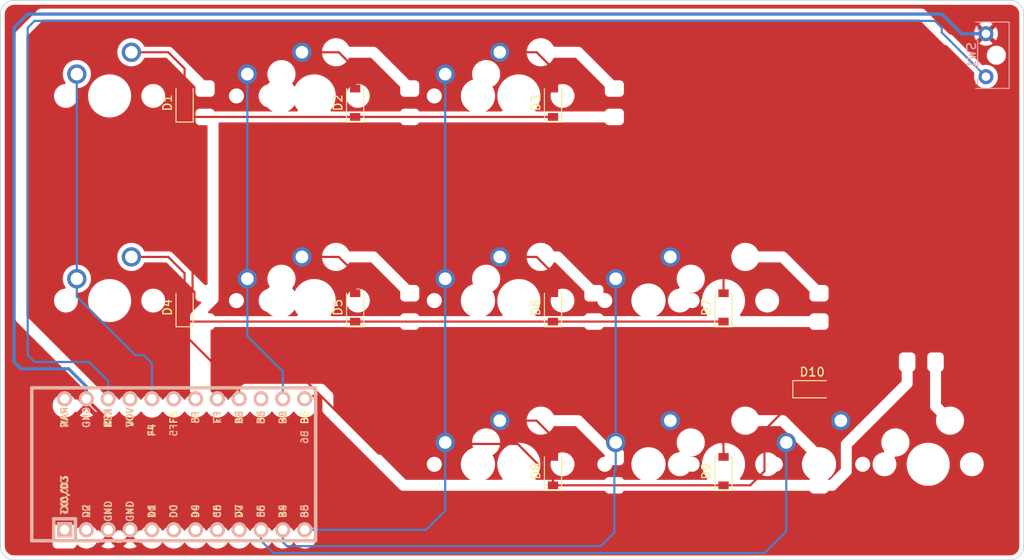
<source format=kicad_pcb>
(kicad_pcb (version 20211014) (generator pcbnew)
  (layers (0 "F.Cu" signal) (31 "B.Cu" signal) (34 "B.Paste" user) (35 "F.Paste" user) (36 "B.SilkS" user "B.Silkscreen") (37 "F.SilkS" user "F.Silkscreen") (38 "B.Mask" user) (39 "F.Mask" user) (44 "Edge.Cuts" user))
  (net 0 "")
  (net 1 "/ROW0")
  (net 2 "Net-(D1-Pad2)")
  (net 3 "Net-(D2-Pad2)")
  (net 4 "Net-(D3-Pad2)")
  (net 5 "/ROW1")
  (net 6 "Net-(D4-Pad2)")
  (net 7 "Net-(D5-Pad2)")
  (net 8 "Net-(D6-Pad2)")
  (net 9 "Net-(D7-Pad2)")
  (net 10 "/ROW2")
  (net 11 "Net-(D8-Pad2)")
  (net 12 "Net-(D9-Pad2)")
  (net 13 "Net-(D10-Pad2)")
  (net 14 "/COL0")
  (net 15 "/COL1")
  (net 16 "/COL2")
  (net 17 "/COL3")
  (net 18 "/COL4")
  (net 19 "GND")
  (net 20 "Net-(SW1-Pad1)")
  (net 28 "+5V")
  (footprint "Diode_SMD:D_SOD-123" (layer "F.Cu") (at 150.01875 73.81875 90)
    (fp_text reference "D4" (at 0 -2 90) (layer "F.SilkS"))
    (fp_text value "D_Small")
    (fp_line (start -2.25 -1) (end 1.65 -1) (layer "F.SilkS") (width 0.12))
    (fp_line (start -2.25 -1) (end -2.25 1) (layer "F.SilkS") (width 0.12))
    (fp_line (start -2.25 1) (end 1.65 1) (layer "F.SilkS") (width 0.12))
    (pad "1" smd rect (at -1.65 0 90) (size 0.9 1.2) (layers "F.Cu" "F.Paste" "F.Mask") (net 5 "/ROW1"))
    (pad "2" smd rect (at 1.65 0 90) (size 0.9 1.2) (layers "F.Cu" "F.Paste" "F.Mask") (net 6 "Net-(D4-Pad2)"))
  )
  (footprint "Diode_SMD:D_SOD-123" (layer "F.Cu") (at 212.725 73.81875 90)
    (fp_text reference "D7" (at 0 -2 90) (layer "F.SilkS"))
    (fp_text value "D_Small")
    (fp_line (start -2.25 -1) (end -2.25 1) (layer "F.SilkS") (width 0.12))
    (fp_line (start -2.25 1) (end 1.65 1) (layer "F.SilkS") (width 0.12))
    (fp_line (start -2.25 -1) (end 1.65 -1) (layer "F.SilkS") (width 0.12))
    (pad "1" smd rect (at -1.65 0 90) (size 0.9 1.2) (layers "F.Cu" "F.Paste" "F.Mask") (net 5 "/ROW1"))
    (pad "2" smd rect (at 1.65 0 90) (size 0.9 1.2) (layers "F.Cu" "F.Paste" "F.Mask") (net 9 "Net-(D7-Pad2)"))
  )
  (footprint "MX_Only:MXOnly-1U-NoLED" (layer "F.Cu") (at 184.15 49.2125)
    (fp_text reference "MX3")
    (fp_text value "MX-NoLED")
    (pad "" np_thru_hole circle locked (at 0 0) (size 3.9878 3.9878) (drill 3.9878) (layers *.Cu *.Mask))
    (pad "" np_thru_hole circle locked (at -5.08 0 48.0996) (size 1.75 1.75) (drill 1.75) (layers *.Cu *.Mask))
    (pad "" np_thru_hole circle locked (at 5.08 0 48.0996) (size 1.75 1.75) (drill 1.75) (layers *.Cu *.Mask))
    (pad "1" thru_hole circle locked (at -3.81 -2.54) (size 2.25 2.25) (drill 1.47) (layers *.Cu "B.Mask") (net 16 "/COL2"))
    (pad "2" thru_hole circle locked (at 2.54 -5.08) (size 2.25 2.25) (drill 1.47) (layers *.Cu "B.Mask") (net 4 "Net-(D3-Pad2)"))
  )
  (footprint "MX_Only:MXOnly-1U-NoLED" (layer "F.Cu") (at 203.99375 73.025)
    (fp_text reference "MX7")
    (fp_text value "MX-NoLED")
    (pad "" np_thru_hole circle locked (at 5.08 0 48.0996) (size 1.75 1.75) (drill 1.75) (layers *.Cu *.Mask))
    (pad "" np_thru_hole circle locked (at 0 0) (size 3.9878 3.9878) (drill 3.9878) (layers *.Cu *.Mask))
    (pad "" np_thru_hole circle locked (at -5.08 0 48.0996) (size 1.75 1.75) (drill 1.75) (layers *.Cu *.Mask))
    (pad "1" thru_hole circle locked (at -3.81 -2.54) (size 2.25 2.25) (drill 1.47) (layers *.Cu "B.Mask") (net 17 "/COL3"))
    (pad "2" thru_hole circle locked (at 2.54 -5.08) (size 2.25 2.25) (drill 1.47) (layers *.Cu "B.Mask") (net 9 "Net-(D7-Pad2)"))
  )
  (footprint "MX_Only:MXOnly-1U-NoLED" (layer "F.Cu") (at 161.13125 73.025)
    (fp_text reference "MX5")
    (fp_text value "MX-NoLED")
    (pad "" np_thru_hole circle locked (at 5.08 0 48.0996) (size 1.75 1.75) (drill 1.75) (layers *.Cu *.Mask))
    (pad "" np_thru_hole circle locked (at -5.08 0 48.0996) (size 1.75 1.75) (drill 1.75) (layers *.Cu *.Mask))
    (pad "" np_thru_hole circle locked (at 0 0) (size 3.9878 3.9878) (drill 3.9878) (layers *.Cu *.Mask))
    (pad "1" thru_hole circle locked (at -3.81 -2.54) (size 2.25 2.25) (drill 1.47) (layers *.Cu "B.Mask") (net 15 "/COL1"))
    (pad "2" thru_hole circle locked (at 2.54 -5.08) (size 2.25 2.25) (drill 1.47) (layers *.Cu "B.Mask") (net 7 "Net-(D5-Pad2)"))
  )
  (footprint "MX_Only:MXOnly-1U-NoLED" (layer "F.Cu") (at 161.13125 49.2125)
    (fp_text reference "MX2")
    (fp_text value "MX-NoLED")
    (pad "" np_thru_hole circle locked (at 5.08 0 48.0996) (size 1.75 1.75) (drill 1.75) (layers *.Cu *.Mask))
    (pad "" np_thru_hole circle locked (at 0 0) (size 3.9878 3.9878) (drill 3.9878) (layers *.Cu *.Mask))
    (pad "" np_thru_hole circle locked (at -5.08 0 48.0996) (size 1.75 1.75) (drill 1.75) (layers *.Cu *.Mask))
    (pad "1" thru_hole circle locked (at -3.81 -2.54) (size 2.25 2.25) (drill 1.47) (layers *.Cu "B.Mask") (net 15 "/COL1"))
    (pad "2" thru_hole circle locked (at 2.54 -5.08) (size 2.25 2.25) (drill 1.47) (layers *.Cu "B.Mask") (net 3 "Net-(D2-Pad2)"))
  )
  (footprint "MX_Only:MXOnly-1U-NoLED" (layer "F.Cu") (at 141.2875 73.025)
    (fp_text reference "MX4")
    (fp_text value "MX-NoLED")
    (pad "" np_thru_hole circle locked (at 0 0) (size 3.9878 3.9878) (drill 3.9878) (layers *.Cu *.Mask))
    (pad "" np_thru_hole circle locked (at -5.08 0 48.0996) (size 1.75 1.75) (drill 1.75) (layers *.Cu *.Mask))
    (pad "" np_thru_hole circle locked (at 5.08 0 48.0996) (size 1.75 1.75) (drill 1.75) (layers *.Cu *.Mask))
    (pad "1" thru_hole circle locked (at -3.81 -2.54) (size 2.25 2.25) (drill 1.47) (layers *.Cu "B.Mask") (net 14 "/COL0"))
    (pad "2" thru_hole circle locked (at 2.54 -5.08) (size 2.25 2.25) (drill 1.47) (layers *.Cu "B.Mask") (net 6 "Net-(D4-Pad2)"))
  )
  (footprint "MX_Only:MXOnly-1U-NoLED" (layer "F.Cu") (at 184.15 73.025)
    (fp_text reference "MX6")
    (fp_text value "MX-NoLED")
    (pad "" np_thru_hole circle locked (at -5.08 0 48.0996) (size 1.75 1.75) (drill 1.75) (layers *.Cu *.Mask))
    (pad "" np_thru_hole circle locked (at 5.08 0 48.0996) (size 1.75 1.75) (drill 1.75) (layers *.Cu *.Mask))
    (pad "" np_thru_hole circle locked (at 0 0) (size 3.9878 3.9878) (drill 3.9878) (layers *.Cu *.Mask))
    (pad "1" thru_hole circle locked (at -3.81 -2.54) (size 2.25 2.25) (drill 1.47) (layers *.Cu "B.Mask") (net 16 "/COL2"))
    (pad "2" thru_hole circle locked (at 2.54 -5.08) (size 2.25 2.25) (drill 1.47) (layers *.Cu "B.Mask") (net 8 "Net-(D6-Pad2)"))
  )
  (footprint "Diode_SMD:D_SOD-123" (layer "F.Cu") (at 192.88125 92.86875 90)
    (fp_text reference "D8" (at 0 -2 90) (layer "F.SilkS"))
    (fp_text value "D_Small")
    (fp_line (start -2.25 -1) (end 1.65 -1) (layer "F.SilkS") (width 0.12))
    (fp_line (start -2.25 1) (end 1.65 1) (layer "F.SilkS") (width 0.12))
    (fp_line (start -2.25 -1) (end -2.25 1) (layer "F.SilkS") (width 0.12))
    (pad "1" smd rect (at -1.65 0 90) (size 0.9 1.2) (layers "F.Cu" "F.Paste" "F.Mask") (net 10 "/ROW2"))
    (pad "2" smd rect (at 1.65 0 90) (size 0.9 1.2) (layers "F.Cu" "F.Paste" "F.Mask") (net 11 "Net-(D8-Pad2)"))
  )
  (footprint "Diode_SMD:D_SOD-123" (layer "F.Cu") (at 212.725 92.86875 90)
    (fp_text reference "D9" (at 0 -2 90) (layer "F.SilkS"))
    (fp_text value "D_Small")
    (fp_line (start -2.25 -1) (end 1.65 -1) (layer "F.SilkS") (width 0.12))
    (fp_line (start -2.25 1) (end 1.65 1) (layer "F.SilkS") (width 0.12))
    (fp_line (start -2.25 -1) (end -2.25 1) (layer "F.SilkS") (width 0.12))
    (pad "1" smd rect (at -1.65 0 90) (size 0.9 1.2) (layers "F.Cu" "F.Paste" "F.Mask") (net 10 "/ROW2"))
    (pad "2" smd rect (at 1.65 0 90) (size 0.9 1.2) (layers "F.Cu" "F.Paste" "F.Mask") (net 12 "Net-(D9-Pad2)"))
  )
  (footprint "Diode_SMD:D_SOD-123" (layer "F.Cu") (at 169.8625 73.81875 90)
    (fp_text reference "D5" (at 0 -2 90) (layer "F.SilkS"))
    (fp_text value "D_Small")
    (fp_line (start -2.25 -1) (end 1.65 -1) (layer "F.SilkS") (width 0.12))
    (fp_line (start -2.25 1) (end 1.65 1) (layer "F.SilkS") (width 0.12))
    (fp_line (start -2.25 -1) (end -2.25 1) (layer "F.SilkS") (width 0.12))
    (pad "1" smd rect (at -1.65 0 90) (size 0.9 1.2) (layers "F.Cu" "F.Paste" "F.Mask") (net 5 "/ROW1"))
    (pad "2" smd rect (at 1.65 0 90) (size 0.9 1.2) (layers "F.Cu" "F.Paste" "F.Mask") (net 7 "Net-(D5-Pad2)"))
  )
  (footprint "Diode_SMD:D_SOD-123" (layer "F.Cu") (at 192.88125 73.81875 90)
    (fp_text reference "D6" (at 0 -2 90) (layer "F.SilkS"))
    (fp_text value "D_Small")
    (fp_line (start -2.25 -1) (end 1.65 -1) (layer "F.SilkS") (width 0.12))
    (fp_line (start -2.25 1) (end 1.65 1) (layer "F.SilkS") (width 0.12))
    (fp_line (start -2.25 -1) (end -2.25 1) (layer "F.SilkS") (width 0.12))
    (pad "1" smd rect (at -1.65 0 90) (size 0.9 1.2) (layers "F.Cu" "F.Paste" "F.Mask") (net 5 "/ROW1"))
    (pad "2" smd rect (at 1.65 0 90) (size 0.9 1.2) (layers "F.Cu" "F.Paste" "F.Mask") (net 8 "Net-(D6-Pad2)"))
  )
  (footprint "MX_Only:MXOnly-1U-NoLED" (layer "F.Cu") (at 203.99375 92.075)
    (fp_text reference "MX9")
    (fp_text value "MX-NoLED")
    (pad "" np_thru_hole circle locked (at 0 0) (size 3.9878 3.9878) (drill 3.9878) (layers *.Cu *.Mask))
    (pad "" np_thru_hole circle locked (at 5.08 0 48.0996) (size 1.75 1.75) (drill 1.75) (layers *.Cu *.Mask))
    (pad "" np_thru_hole circle locked (at -5.08 0 48.0996) (size 1.75 1.75) (drill 1.75) (layers *.Cu *.Mask))
    (pad "1" thru_hole circle locked (at -3.81 -2.54) (size 2.25 2.25) (drill 1.47) (layers *.Cu "B.Mask") (net 17 "/COL3"))
    (pad "2" thru_hole circle locked (at 2.54 -5.08) (size 2.25 2.25) (drill 1.47) (layers *.Cu "B.Mask") (net 12 "Net-(D9-Pad2)"))
  )
  (footprint "MX_Only:MXOnly-1U-NoLED" (layer "F.Cu") (at 184.15 92.075)
    (fp_text reference "MX8")
    (fp_text value "MX-NoLED")
    (pad "" np_thru_hole circle locked (at 5.08 0 48.0996) (size 1.75 1.75) (drill 1.75) (layers *.Cu *.Mask))
    (pad "" np_thru_hole circle locked (at -5.08 0 48.0996) (size 1.75 1.75) (drill 1.75) (layers *.Cu *.Mask))
    (pad "" np_thru_hole circle locked (at 0 0) (size 3.9878 3.9878) (drill 3.9878) (layers *.Cu *.Mask))
    (pad "1" thru_hole circle locked (at -3.81 -2.54) (size 2.25 2.25) (drill 1.47) (layers *.Cu "B.Mask") (net 16 "/COL2"))
    (pad "2" thru_hole circle locked (at 2.54 -5.08) (size 2.25 2.25) (drill 1.47) (layers *.Cu "B.Mask") (net 11 "Net-(D8-Pad2)"))
  )
  (footprint "Diode_SMD:D_SOD-123" (layer "F.Cu") (at 150.01875 50.00625 90)
    (fp_text reference "D1" (at 0 -2 90) (layer "F.SilkS"))
    (fp_text value "D_Small")
    (fp_line (start -2.25 1) (end 1.65 1) (layer "F.SilkS") (width 0.12))
    (fp_line (start -2.25 -1) (end 1.65 -1) (layer "F.SilkS") (width 0.12))
    (fp_line (start -2.25 -1) (end -2.25 1) (layer "F.SilkS") (width 0.12))
    (pad "1" smd rect (at -1.65 0 90) (size 0.9 1.2) (layers "F.Cu" "F.Paste" "F.Mask") (net 1 "/ROW0"))
    (pad "2" smd rect (at 1.65 0 90) (size 0.9 1.2) (layers "F.Cu" "F.Paste" "F.Mask") (net 2 "Net-(D1-Pad2)"))
  )
  (footprint "Keebio-Parts:ArduinoProMicro" (layer "F.Cu") (at 150.01875 92.075)
    (fp_text reference "U1" hide)
    (fp_text value "ProMicro" hide)
    (fp_text user "GND" (at -8.89 5.461 90) (layer "B.SilkS") (effects (font (size 0.8 0.8)) (justify mirror)))
    (fp_text user "D0" (at -1.27 5.461 90) (layer "B.SilkS") (effects (font (size 0.8 0.8)) (justify mirror)))
    (fp_text user "F5" (at -1.27 -3.96875 90) (layer "B.SilkS") (effects (font (size 0.8 0.8)) (justify mirror)))
    (fp_text user "B1" (at 6.35 -5.461 90) (layer "B.SilkS") (effects (font (size 0.8 0.8)) (justify mirror)))
    (fp_text user "VCC" (at -6.35 -5.461 90) (layer "B.SilkS") (effects (font (size 0.8 0.8)) (justify mirror)))
    (fp_text user "F7" (at 3.81 -5.461 90) (layer "B.SilkS") (effects (font (size 0.8 0.8)) (justify mirror)))
    (fp_text user "C6" (at 3.81 5.461 90) (layer "B.SilkS") (effects (font (size 0.8 0.8)) (justify mirror)))
    (fp_text user "ST" (at -8.91 -5.04 90) (layer "B.SilkS") (effects (font (size 0.8 0.8)) (justify mirror)))
    (fp_text user "F4" (at -3.81 -3.96875 90) (layer "B.SilkS") (effects (font (size 0.8 0.8)) (justify mirror)))
    (fp_text user "RAW" (at -13.97 -5.461 90) (layer "B.SilkS") (effects (font (size 0.8 0.8)) (justify mirror)))
    (fp_text user "F6" (at 1.27 -5.461 90) (layer "B.SilkS") (effects (font (size 0.8 0.8)) (justify mirror)))
    (fp_text user "B6" (at 13.97 -3.175 90) (layer "B.SilkS") (effects (font (size 0.8 0.8)) (justify mirror)))
    (fp_text user "B2" (at 11.43 -5.461 90) (layer "B.SilkS") (effects (font (size 0.8 0.8)) (justify mirror)))
    (fp_text user "D1" (at -3.81 5.461 90) (layer "B.SilkS") (effects (font (size 0.8 0.8)) (justify mirror)))
    (fp_text user "D7" (at 6.35 5.461 90) (layer "B.SilkS") (effects (font (size 0.8 0.8)) (justify mirror)))
    (fp_text user "D2" (at -11.43 5.461 90) (layer "B.SilkS") (effects (font (size 0.8 0.8)) (justify mirror)))
    (fp_text user "B4" (at 11.43 5.461 90) (layer "B.SilkS") (effects (font (size 0.8 0.8)) (justify mirror)))
    (fp_text user "E6" (at 8.89 5.461 90) (layer "B.SilkS") (effects (font (size 0.8 0.8)) (justify mirror)))
    (fp_text user "B3" (at 8.89 -5.461 90) (layer "B.SilkS") (effects (font (size 0.8 0.8)) (justify mirror)))
    (fp_text user "GND" (at -6.35 5.461 90) (layer "B.SilkS") (effects (font (size 0.8 0.8)) (justify mirror)))
    (fp_text user "B5" (at 13.97 5.461 90) (layer "B.SilkS") (effects (font (size 0.8 0.8)) (justify mirror)))
    (fp_text user "TX0/D3" (at -13.97 3.571872 90) (layer "B.SilkS") (effects (font (size 0.8 0.8)) (justify mirror)))
    (fp_text user "D4" (at 1.27 5.461 90) (layer "B.SilkS") (effects (font (size 0.8 0.8)) (justify mirror)))
    (fp_text user "GND" (at -11.43 -5.461 90) (layer "B.SilkS") (effects (font (size 0.8 0.8)) (justify mirror)))
    (fp_text user "B4" (at 11.43 5.461 90) (layer "F.SilkS") (effects (font (size 0.8 0.8))))
    (fp_text user "GND" (at -6.35 5.461 90) (layer "F.SilkS") (effects (font (size 0.8 0.8))))
    (fp_text user "TX0/D3" (at -13.97 3.571872 90) (layer "F.SilkS") (effects (font (size 0.8 0.8))))
    (fp_text user "ST" (at -8.92 -5.73312 90) (layer "F.SilkS") (effects (font (size 0.8 0.8))))
    (fp_text user "D4" (at 1.27 5.461 90) (layer "F.SilkS") (effects (font (size 0.8 0.8))))
    (fp_text user "E6" (at 8.89 5.461 90) (layer "F.SilkS") (effects (font (size 0.8 0.8))))
    (fp_text user "RAW" (at -13.97 -5.461 90) (layer "F.SilkS") (effects (font (size 0.8 0.8))))
    (fp_text user "B2" (at 11.43 -5.461 90) (layer "F.SilkS") (effects (font (size 0.8 0.8))))
    (fp_text user "B6" (at 13.97 -5.461 90) (layer "F.SilkS") (effects (font (size 0.8 0.8))))
    (fp_text user "F6" (at 1.27 -5.461 90) (layer "F.SilkS") (effects (font (size 0.8 0.8))))
    (fp_text user "F7" (at 3.81 -5.461 90) (layer "F.SilkS") (effects (font (size 0.8 0.8))))
    (fp_text user "D2" (at -11.43 5.461 90) (layer "F.SilkS") (effects (font (size 0.8 0.8))))
    (fp_text user "C6" (at 3.81 5.461 90) (layer "F.SilkS") (effects (font (size 0.8 0.8))))
    (fp_text user "D7" (at 6.35 5.461 90) (layer "F.SilkS") (effects (font (size 0.8 0.8))))
    (fp_text user "B5" (at 13.97 5.461 90) (layer "F.SilkS") (effects (font (size 0.8 0.8))))
    (fp_text user "B3" (at 8.89 -5.461 90) (layer "F.SilkS") (effects (font (size 0.8 0.8))))
    (fp_text user "GND" (at -11.43 -5.461 90) (layer "F.SilkS") (effects (font (size 0.8 0.8))))
    (fp_text user "VCC" (at -6.35 -5.461 90) (layer "F.SilkS") (effects (font (size 0.8 0.8))))
    (fp_text user "F4" (at -3.81 -3.96875 90) (layer "F.SilkS") (effects (font (size 0.8 0.8))))
    (fp_text user "GND" (at -8.89 5.461 90) (layer "F.SilkS") (effects (font (size 0.8 0.8))))
    (fp_text user "F5" (at -1.27 -5.461 90) (layer "F.SilkS") (effects (font (size 0.8 0.8))))
    (fp_text user "D0" (at -1.27 5.461 90) (layer "F.SilkS") (effects (font (size 0.8 0.8))))
    (fp_text user "D1" (at -3.81 5.461 90) (layer "F.SilkS") (effects (font (size 0.8 0.8))))
    (fp_text user "B1" (at 6.35 -5.461 90) (layer "F.SilkS") (effects (font (size 0.8 0.8))))
    (fp_line (start -12.7 6.35) (end -12.7 8.89) (layer "B.SilkS") (width 0.381))
    (fp_line (start 15.24 8.89) (end 15.24 -8.89) (layer "B.SilkS") (width 0.381))
    (fp_line (start -15.24 6.35) (end -12.7 6.35) (layer "B.SilkS") (width 0.381))
    (fp_line (start 15.24 -8.89) (end -17.78 -8.89) (layer "B.SilkS") (width 0.381))
    (fp_line (start -17.78 8.89) (end 15.24 8.89) (layer "B.SilkS") (width 0.381))
    (fp_line (start -15.24 6.35) (end -15.24 8.89) (layer "B.SilkS") (width 0.381))
    (fp_line (start -17.78 -8.89) (end -17.78 8.89) (layer "B.SilkS") (width 0.381))
    (fp_poly (pts (xy -8.75097 -5.844635) (xy -8.55097 -5.844635) (xy -8.55097 -5.944635) (xy -8.75097 -5.944635)) (layer "B.SilkS") (width 0.15) (fill solid))
    (fp_poly (pts (xy -9.35097 -6.244635) (xy -8.55097 -6.244635) (xy -8.55097 -6.344635) (xy -9.35097 -6.344635)) (layer "B.SilkS") (width 0.15) (fill solid))
    (fp_poly (pts (xy -9.35097 -5.844635) (xy -9.25097 -5.844635) (xy -9.25097 -6.344635) (xy -9.35097 -6.344635)) (layer "B.SilkS") (width 0.15) (fill solid))
    (fp_poly (pts (xy -9.35097 -5.844635) (xy -9.05097 -5.844635) (xy -9.05097 -5.944635) (xy -9.35097 -5.944635)) (layer "B.SilkS") (width 0.15) (fill solid))
    (fp_poly (pts (xy -8.95097 -6.044635) (xy -8.85097 -6.044635) (xy -8.85097 -6.144635) (xy -8.95097 -6.144635)) (layer "B.SilkS") (width 0.15) (fill solid))
    (fp_line (start -15.24 6.35) (end -12.7 6.35) (layer "F.SilkS") (width 0.381))
    (fp_line (start -12.7 6.35) (end -12.7 8.89) (layer "F.SilkS") (width 0.381))
    (fp_line (start 15.24 8.89) (end 15.24 -8.89) (layer "F.SilkS") (width 0.381))
    (fp_line (start -17.78 -8.89) (end -17.78 8.89) (layer "F.SilkS") (width 0.381))
    (fp_line (start -15.24 8.89) (end 15.24 8.89) (layer "F.SilkS") (width 0.381))
    (fp_line (start 15.24 -8.89) (end -15.24 -8.89) (layer "F.SilkS") (width 0.381))
    (fp_line (start -15.24 -8.89) (end -17.78 -8.89) (layer "F.SilkS") (width 0.381))
    (fp_line (start -15.24 6.35) (end -15.24 8.89) (layer "F.SilkS") (width 0.381))
    (fp_line (start -17.78 8.89) (end -15.24 8.89) (layer "F.SilkS") (width 0.381))
    (fp_poly (pts (xy -8.76064 -4.931568) (xy -8.56064 -4.931568) (xy -8.56064 -4.831568) (xy -8.76064 -4.831568)) (layer "F.SilkS") (width 0.15) (fill solid))
    (fp_poly (pts (xy -8.96064 -4.731568) (xy -8.86064 -4.731568) (xy -8.86064 -4.631568) (xy -8.96064 -4.631568)) (layer "F.SilkS") (width 0.15) (fill solid))
    (fp_poly (pts (xy -9.36064 -4.531568) (xy -8.56064 -4.531568) (xy -8.56064 -4.431568) (xy -9.36064 -4.431568)) (layer "F.SilkS") (width 0.15) (fill solid))
    (fp_poly (pts (xy -9.36064 -4.931568) (xy -9.06064 -4.931568) (xy -9.06064 -4.831568) (xy -9.36064 -4.831568)) (layer "F.SilkS") (width 0.15) (fill solid))
    (fp_poly (pts (xy -9.36064 -4.931568) (xy -9.26064 -4.931568) (xy -9.26064 -4.431568) (xy -9.36064 -4.431568)) (layer "F.SilkS") (width 0.15) (fill solid))
    (pad "1" thru_hole rect locked (at -13.97 7.62) (size 1.7526 1.7526) (drill 1.0922) (layers *.Cu *.SilkS *.Mask))
    (pad "2" thru_hole circle locked (at -11.43 7.62) (size 1.7526 1.7526) (drill 1.0922) (layers *.Cu *.SilkS *.Mask))
    (pad "3" thru_hole circle locked (at -8.89 7.62) (size 1.7526 1.7526) (drill 1.0922) (layers *.Cu *.SilkS *.Mask) (net 19 "GND"))
    (pad "4" thru_hole circle locked (at -6.35 7.62) (size 1.7526 1.7526) (drill 1.0922) (layers *.Cu *.SilkS *.Mask) (net 19 "GND"))
    (pad "5" thru_hole circle locked (at -3.81 7.62) (size 1.7526 1.7526) (drill 1.0922) (layers *.Cu *.SilkS *.Mask))
    (pad "6" thru_hole circle locked (at -1.27 7.62) (size 1.7526 1.7526) (drill 1.0922) (layers *.Cu *.SilkS *.Mask))
    (pad "7" thru_hole circle locked (at 1.27 7.62) (size 1.7526 1.7526) (drill 1.0922) (layers *.Cu *.SilkS *.Mask))
    (pad "8" thru_hole circle locked (at 3.81 7.62) (size 1.7526 1.7526) (drill 1.0922) (layers *.Cu *.SilkS *.Mask))
    (pad "9" thru_hole circle locked (at 6.35 7.62) (size 1.7526 1.7526) (drill 1.0922) (layers *.Cu *.SilkS *.Mask))
    (pad "10" thru_hole circle locked (at 8.89 7.62) (size 1.7526 1.7526) (drill 1.0922) (layers *.Cu *.SilkS *.Mask) (net 18 "/COL4"))
    (pad "11" thru_hole circle locked (at 11.43 7.62) (size 1.7526 1.7526) (drill 1.0922) (layers *.Cu *.SilkS *.Mask) (net 17 "/COL3"))
    (pad "12" thru_hole circle locked (at 13.97 7.62) (size 1.7526 1.7526) (drill 1.0922) (layers *.Cu *.SilkS *.Mask) (net 16 "/COL2"))
    (pad "13" thru_hole circle locked (at 13.97 -7.62) (size 1.7526 1.7526) (drill 1.0922) (layers *.Cu *.SilkS *.Mask))
    (pad "14" thru_hole circle locked (at 11.43 -7.62) (size 1.7526 1.7526) (drill 1.0922) (layers *.Cu *.SilkS *.Mask) (net 15 "/COL1"))
    (pad "15" thru_hole circle locked (at 8.89 -7.62) (size 1.7526 1.7526) (drill 1.0922) (layers *.Cu *.SilkS *.Mask))
    (pad "16" thru_hole circle locked (at 6.35 -7.62) (size 1.7526 1.7526) (drill 1.0922) (layers *.Cu *.SilkS *.Mask) (net 10 "/ROW2"))
    (pad "17" thru_hole circle locked (at 3.81 -7.62) (size 1.7526 1.7526) (drill 1.0922) (layers *.Cu *.SilkS *.Mask) (net 5 "/ROW1"))
    (pad "18" thru_hole circle locked (at 1.27 -7.62) (size 1.7526 1.7526) (drill 1.0922) (layers *.Cu *.SilkS *.Mask) (net 1 "/ROW0"))
    (pad "19" thru_hole circle locked (at -1.27 -7.62) (size 1.7526 1.7526) (drill 1.0922) (layers *.Cu *.SilkS *.Mask))
    (pad "20" thru_hole circle locked (at -3.81 -7.62) (size 1.7526 1.7526) (drill 1.0922) (layers *.Cu *.SilkS *.Mask) (net 14 "/COL0"))
    (pad "21" thru_hole circle locked (at -6.35 -7.62) (size 1.7526 1.7526) (drill 1.0922) (layers *.Cu *.SilkS *.Mask) (net 28 "+5V"))
    (pad "22" thru_hole circle locked (at -8.89 -7.62) (size 1.7526 1.7526) (drill 1.0922) (layers *.Cu *.SilkS *.Mask) (net 20 "Net-(SW1-Pad1)"))
    (pad "23" thru_hole circle locked (at -11.43 -7.62) (size 1.7526 1.7526) (drill 1.0922) (layers *.Cu *.SilkS *.Mask) (net 19 "GND"))
    (pad "24" thru_hole circle locked (at -13.97 -7.62) (size 1.7526 1.7526) (drill 1.0922) (layers *.Cu *.SilkS *.Mask))
  )
  (footprint "F14:f14" (layer "F.Cu") (at 218.28125 52.3875)
    (fp_text reference "G***" hide)
    (fp_text value "LOGO" hide)
  )
  (footprint "Diode_SMD:D_SOD-123" (layer "F.Cu") (at 192.88125 50.00625 90)
    (fp_text reference "D3" (at 0 -2 90) (layer "F.SilkS"))
    (fp_text value "D_Small")
    (fp_line (start -2.25 1) (end 1.65 1) (layer "F.SilkS") (width 0.12))
    (fp_line (start -2.25 -1) (end -2.25 1) (layer "F.SilkS") (width 0.12))
    (fp_line (start -2.25 -1) (end 1.65 -1) (layer "F.SilkS") (width 0.12))
    (pad "1" smd rect (at -1.65 0 90) (size 0.9 1.2) (layers "F.Cu" "F.Paste" "F.Mask") (net 1 "/ROW0"))
    (pad "2" smd rect (at 1.65 0 90) (size 0.9 1.2) (layers "F.Cu" "F.Paste" "F.Mask") (net 4 "Net-(D3-Pad2)"))
  )
  (footprint "MX_Only:MXOnly-1U-NoLED" (layer "F.Cu") (at 223.8375 92.075)
    (fp_text reference "MX10")
    (fp_text value "MX-NoLED")
    (pad "" np_thru_hole circle locked (at 0 0) (size 3.9878 3.9878) (drill 3.9878) (layers *.Cu *.Mask))
    (pad "" np_thru_hole circle locked (at 5.08 0 48.0996) (size 1.75 1.75) (drill 1.75) (layers *.Cu *.Mask))
    (pad "" np_thru_hole circle locked (at -5.08 0 48.0996) (size 1.75 1.75) (drill 1.75) (layers *.Cu *.Mask))
    (pad "1" thru_hole circle locked (at -3.81 -2.54) (size 2.25 2.25) (drill 1.47) (layers *.Cu "B.Mask") (net 18 "/COL4"))
    (pad "2" thru_hole circle locked (at 2.54 -5.08) (size 2.25 2.25) (drill 1.47) (layers *.Cu "B.Mask") (net 13 "Net-(D10-Pad2)"))
  )
  (footprint "Diode_SMD:D_SOD-123" (layer "F.Cu") (at 169.8625 50.00625 90)
    (fp_text reference "D2" (at 0 -2 90) (layer "F.SilkS"))
    (fp_text value "D_Small")
    (fp_line (start -2.25 -1) (end -2.25 1) (layer "F.SilkS") (width 0.12))
    (fp_line (start -2.25 1) (end 1.65 1) (layer "F.SilkS") (width 0.12))
    (fp_line (start -2.25 -1) (end 1.65 -1) (layer "F.SilkS") (width 0.12))
    (pad "1" smd rect (at -1.65 0 90) (size 0.9 1.2) (layers "F.Cu" "F.Paste" "F.Mask") (net 1 "/ROW0"))
    (pad "2" smd rect (at 1.65 0 90) (size 0.9 1.2) (layers "F.Cu" "F.Paste" "F.Mask") (net 3 "Net-(D2-Pad2)"))
  )
  (footprint "MX_Only:MXOnly-1U-NoLED" (layer "F.Cu") (at 141.2875 49.2125)
    (fp_text reference "MX1")
    (fp_text value "MX-NoLED")
    (pad "" np_thru_hole circle locked (at 0 0) (size 3.9878 3.9878) (drill 3.9878) (layers *.Cu *.Mask))
    (pad "" np_thru_hole circle locked (at -5.08 0 48.0996) (size 1.75 1.75) (drill 1.75) (layers *.Cu *.Mask))
    (pad "" np_thru_hole circle locked (at 5.08 0 48.0996) (size 1.75 1.75) (drill 1.75) (layers *.Cu *.Mask))
    (pad "1" thru_hole circle locked (at -3.81 -2.54) (size 2.25 2.25) (drill 1.47) (layers *.Cu "B.Mask") (net 14 "/COL0"))
    (pad "2" thru_hole circle locked (at 2.54 -5.08) (size 2.25 2.25) (drill 1.47) (layers *.Cu "B.Mask") (net 2 "Net-(D1-Pad2)"))
  )
  (footprint "Diode_SMD:D_SOD-123" (layer "F.Cu") (at 223.04375 83.34375)
    (fp_text reference "D10" (at 0 -2) (layer "F.SilkS"))
    (fp_text value "D_Small")
    (fp_line (start -2.25 -1) (end -2.25 1) (layer "F.SilkS") (width 0.12))
    (fp_line (start -2.25 -1) (end 1.65 -1) (layer "F.SilkS") (width 0.12))
    (fp_line (start -2.25 1) (end 1.65 1) (layer "F.SilkS") (width 0.12))
    (pad "1" smd rect (at -1.65 0) (size 0.9 1.2) (layers "F.Cu" "F.Paste" "F.Mask") (net 10 "/ROW2"))
    (pad "2" smd rect (at 1.65 0) (size 0.9 1.2) (layers "F.Cu" "F.Paste" "F.Mask") (net 13 "Net-(D10-Pad2)"))
  )
  (footprint "Keebio-Parts:SW_Tactile_SPST_Angled_MJTP1117-no-mount" (layer "B.Cu") (at 243.2625 46.975 90)
    (fp_text reference "SW1" (at 2.5 -1.68 90) (layer "B.SilkS") (effects (justify mirror)))
    (fp_text value "SW_Push")
    (fp_line (start 5.84 -0.97) (end 5.84 -1.2) (layer "B.SilkS") (width 0.12))
    (fp_line (start 5.3 -0.97) (end 5.84 -0.97) (layer "B.SilkS") (width 0.12))
    (fp_line (start 0.8 -0.97) (end 4.2 -0.97) (layer "B.SilkS") (width 0.12))
    (fp_line (start 6.36 2.7) (end 6.36 -1.2) (layer "B.SilkS") (width 0.12))
    (fp_line (start -1.36 2.7) (end -1.36 -1.2) (layer "B.SilkS") (width 0.12))
    (fp_line (start -0.84 -0.97) (end -0.3 -0.97) (layer "B.SilkS") (width 0.12))
    (fp_line (start -0.84 -0.97) (end -0.84 -1.2) (layer "B.SilkS") (width 0.12))
    (fp_line (start -1.36 2.7) (end 6.36 2.7) (layer "B.SilkS") (width 0.12))
    (pad "" np_thru_hole circle locked (at 2.5 1.21 90) (size 1.2 1.2) (drill 1.2) (layers *.Cu *.Mask))
    (pad "1" thru_hole circle locked (at 0 0 90) (size 1.75 1.75) (drill 0.99) (layers *.Cu *.Mask) (net 20 "Net-(SW1-Pad1)"))
    (pad "2" thru_hole circle locked (at 5 0 90) (size 1.75 1.75) (drill 0.99) (layers *.Cu *.Mask) (net 19 "GND"))
  )
  (gr_line (start 128.5875 101.6) (end 128.5875 39.6875) (layer "Edge.Cuts") (width 0.1))
  (gr_arc (start 128.5875 39.6875) (mid 129.052468 38.564968) (end 130.175 38.1) (layer "Edge.Cuts") (width 0.1))
  (gr_line (start 247.65 39.6875) (end 247.65 101.6) (layer "Edge.Cuts") (width 0.1))
  (gr_arc (start 130.175 103.1875) (mid 129.052468 102.722532) (end 128.5875 101.6) (layer "Edge.Cuts") (width 0.1))
  (gr_arc (start 246.0625 38.1) (mid 247.185032 38.564968) (end 247.65 39.6875) (layer "Edge.Cuts") (width 0.1))
  (gr_line (start 130.175 38.1) (end 246.0625 38.1) (layer "Edge.Cuts") (width 0.1))
  (gr_line (start 246.0625 103.1875) (end 130.175 103.1875) (layer "Edge.Cuts") (width 0.1))
  (gr_arc (start 247.65 101.6) (mid 247.185032 102.722532) (end 246.0625 103.1875) (layer "Edge.Cuts") (width 0.1))
  (segment (start 149.092239 82.258489) (end 151.28875 84.455) (width 0.254) (layer "F.Cu") (net 1))
  (segment (start 150.945261 52.582761) (end 150.945261 72.839217) (width 0.254) (layer "F.Cu") (net 1))
  (segment (start 150.01875 51.65625) (end 150.945261 52.582761) (width 0.254) (layer "F.Cu") (net 1))
  (segment (start 192.88125 51.65625) (end 150.01875 51.65625) (width 0.254) (layer "F.Cu") (net 1))
  (segment (start 150.945261 72.839217) (end 149.092239 74.692239) (width 0.254) (layer "F.Cu") (net 1))
  (segment (start 149.092239 74.692239) (end 149.092239 82.258489) (width 0.254) (layer "F.Cu") (net 1))
  (segment (start 148.11375 44.1325) (end 150.01875 46.0375) (width 0.254) (layer "F.Cu") (net 2))
  (segment (start 143.8275 44.1325) (end 148.11375 44.1325) (width 0.254) (layer "F.Cu") (net 2))
  (segment (start 150.01875 46.0375) (end 150.01875 48.35625) (width 0.254) (layer "F.Cu") (net 2))
  (segment (start 163.67125 44.1325) (end 167.9575 44.1325) (width 0.254) (layer "F.Cu") (net 3))
  (segment (start 167.9575 44.1325) (end 169.8625 46.0375) (width 0.254) (layer "F.Cu") (net 3))
  (segment (start 169.8625 46.0375) (end 169.8625 48.35625) (width 0.254) (layer "F.Cu") (net 3))
  (segment (start 186.69 44.1325) (end 190.97625 44.1325) (width 0.254) (layer "F.Cu") (net 4))
  (segment (start 192.88125 46.0375) (end 192.88125 48.35625) (width 0.254) (layer "F.Cu") (net 4))
  (segment (start 190.97625 44.1325) (end 192.88125 46.0375) (width 0.254) (layer "F.Cu") (net 4))
  (segment (start 150.01875 76.99375) (end 153.82875 80.80375) (width 0.254) (layer "F.Cu") (net 5))
  (segment (start 150.01875 75.46875) (end 150.01875 76.99375) (width 0.254) (layer "F.Cu") (net 5))
  (segment (start 212.725 75.46875) (end 150.01875 75.46875) (width 0.254) (layer "F.Cu") (net 5))
  (segment (start 153.82875 80.80375) (end 153.82875 84.455) (width 0.254) (layer "F.Cu") (net 5))
  (segment (start 148.11375 67.945) (end 150.01875 69.85) (width 0.254) (layer "F.Cu") (net 6))
  (segment (start 150.01875 69.85) (end 150.01875 72.16875) (width 0.254) (layer "F.Cu") (net 6))
  (segment (start 143.8275 67.945) (end 148.11375 67.945) (width 0.254) (layer "F.Cu") (net 6))
  (segment (start 167.9575 67.945) (end 169.8625 69.85) (width 0.254) (layer "F.Cu") (net 7))
  (segment (start 163.67125 67.945) (end 167.9575 67.945) (width 0.254) (layer "F.Cu") (net 7))
  (segment (start 169.8625 69.85) (end 169.8625 72.16875) (width 0.254) (layer "F.Cu") (net 7))
  (segment (start 190.97625 67.945) (end 192.88125 69.85) (width 0.254) (layer "F.Cu") (net 8))
  (segment (start 186.69 67.945) (end 190.97625 67.945) (width 0.254) (layer "F.Cu") (net 8))
  (segment (start 192.88125 69.85) (end 192.88125 72.16875) (width 0.254) (layer "F.Cu") (net 8))
  (segment (start 212.725 69.85) (end 212.725 72.16875) (width 0.254) (layer "F.Cu") (net 9))
  (segment (start 210.82 67.945) (end 212.725 69.85) (width 0.254) (layer "F.Cu") (net 9))
  (segment (start 206.53375 67.945) (end 210.82 67.945) (width 0.254) (layer "F.Cu") (net 9))
  (segment (start 183.168138 89.704579) (end 181.591467 91.28125) (width 0.254) (layer "F.Cu") (net 10))
  (segment (start 221.39375 84.19775) (end 217.4875 88.104) (width 0.254) (layer "F.Cu") (net 10))
  (segment (start 172.579729 90.823479) (end 163.5125 81.75625) (width 0.254) (layer "F.Cu") (net 10))
  (segment (start 157.1625 81.75625) (end 156.36875 82.55) (width 0.254) (layer "F.Cu") (net 10))
  (segment (start 179.588398 90.823479) (end 172.579729 90.823479) (width 0.254) (layer "F.Cu") (net 10))
  (segment (start 192.88125 93.81475) (end 188.771079 89.704579) (width 0.254) (layer "F.Cu") (net 10))
  (segment (start 156.36875 82.55) (end 156.36875 84.455) (width 0.254) (layer "F.Cu") (net 10))
  (segment (start 221.39375 83.34375) (end 221.39375 84.19775) (width 0.254) (layer "F.Cu") (net 10))
  (segment (start 188.771079 89.704579) (end 183.168138 89.704579) (width 0.254) (layer "F.Cu") (net 10))
  (segment (start 181.591467 91.28125) (end 180.046169 91.28125) (width 0.254) (layer "F.Cu") (net 10))
  (segment (start 163.5125 81.75625) (end 157.1625 81.75625) (width 0.254) (layer "F.Cu") (net 10))
  (segment (start 212.725 94.51875) (end 192.88125 94.51875) (width 0.254) (layer "F.Cu") (net 10))
  (segment (start 192.88125 94.51875) (end 192.88125 93.81475) (width 0.254) (layer "F.Cu") (net 10))
  (segment (start 180.046169 91.28125) (end 179.588398 90.823479) (width 0.254) (layer "F.Cu") (net 10))
  (segment (start 215.8375 94.51875) (end 212.725 94.51875) (width 0.254) (layer "F.Cu") (net 10))
  (segment (start 217.4875 88.104) (end 217.4875 92.86875) (width 0.254) (layer "F.Cu") (net 10))
  (segment (start 217.4875 92.86875) (end 215.8375 94.51875) (width 0.254) (layer "F.Cu") (net 10))
  (segment (start 186.69 86.995) (end 190.97625 86.995) (width 0.254) (layer "F.Cu") (net 11))
  (segment (start 190.97625 86.995) (end 192.88125 88.9) (width 0.254) (layer "F.Cu") (net 11))
  (segment (start 192.88125 88.9) (end 192.88125 91.21875) (width 0.254) (layer "F.Cu") (net 11))
  (segment (start 206.53375 86.995) (end 210.02625 86.995) (width 0.254) (layer "F.Cu") (net 12))
  (segment (start 212.725 89.69375) (end 212.725 91.21875) (width 0.254) (layer "F.Cu") (net 12))
  (segment (start 210.02625 86.995) (end 212.725 89.69375) (width 0.254) (layer "F.Cu") (net 12))
  (segment (start 226.3775 86.995) (end 226.3775 85.0275) (width 0.254) (layer "F.Cu") (net 13))
  (segment (start 226.3775 85.0275) (end 224.69375 83.34375) (width 0.254) (layer "F.Cu") (net 13))
  (segment (start 137.4775 72.567283) (end 144.285217 79.375) (width 0.254) (layer "B.Cu") (net 14))
  (segment (start 145.25625 79.375) (end 146.20875 80.3275) (width 0.254) (layer "B.Cu") (net 14))
  (segment (start 144.285217 79.375) (end 145.25625 79.375) (width 0.254) (layer "B.Cu") (net 14))
  (segment (start 146.20875 80.3275) (end 146.20875 84.455) (width 0.254) (layer "B.Cu") (net 14))
  (segment (start 137.4775 46.6725) (end 137.4775 70.485) (width 0.254) (layer "B.Cu") (net 14))
  (segment (start 137.4775 70.485) (end 137.4775 72.567283) (width 0.254) (layer "B.Cu") (net 14))
  (segment (start 157.32125 46.6725) (end 157.32125 70.485) (width 0.254) (layer "B.Cu") (net 15))
  (segment (start 157.32125 70.485) (end 157.32125 77.1525) (width 0.254) (layer "B.Cu") (net 15))
  (segment (start 161.44875 81.28) (end 161.44875 84.455) (width 0.254) (layer "B.Cu") (net 15))
  (segment (start 157.32125 77.1525) (end 161.44875 81.28) (width 0.254) (layer "B.Cu") (net 15))
  (segment (start 178.1175 99.695) (end 163.98875 99.695) (width 0.254) (layer "B.Cu") (net 16))
  (segment (start 180.34 97.4725) (end 178.1175 99.695) (width 0.254) (layer "B.Cu") (net 16))
  (segment (start 180.34 46.6725) (end 180.34 89.535) (width 0.254) (layer "B.Cu") (net 16))
  (segment (start 180.34 89.535) (end 180.34 97.4725) (width 0.254) (layer "B.Cu") (net 16))
  (segment (start 161.925 101.6) (end 161.44875 101.12375) (width 0.254) (layer "B.Cu") (net 17))
  (segment (start 198.4375 101.6) (end 161.925 101.6) (width 0.254) (layer "B.Cu") (net 17))
  (segment (start 200.18375 92.71) (end 200.025 92.86875) (width 0.254) (layer "B.Cu") (net 17))
  (segment (start 200.18375 89.535) (end 200.18375 92.71) (width 0.254) (layer "B.Cu") (net 17))
  (segment (start 200.025 92.86875) (end 200.025 100.0125) (width 0.254) (layer "B.Cu") (net 17))
  (segment (start 200.025 100.0125) (end 198.4375 101.6) (width 0.254) (layer "B.Cu") (net 17))
  (segment (start 161.44875 101.12375) (end 161.44875 99.695) (width 0.254) (layer "B.Cu") (net 17))
  (segment (start 200.18375 70.485) (end 200.18375 89.535) (width 0.254) (layer "B.Cu") (net 17))
  (segment (start 158.90875 100.965) (end 158.90875 99.695) (width 0.254) (layer "B.Cu") (net 18))
  (segment (start 160.3375 102.39375) (end 158.90875 100.965) (width 0.254) (layer "B.Cu") (net 18))
  (segment (start 217.4875 102.39375) (end 160.3375 102.39375) (width 0.254) (layer "B.Cu") (net 18))
  (segment (start 220.0275 99.85375) (end 217.4875 102.39375) (width 0.254) (layer "B.Cu") (net 18))
  (segment (start 220.0275 89.535) (end 220.0275 99.85375) (width 0.254) (layer "B.Cu") (net 18))
  (segment (start 138.58875 84.455) (end 141.12875 86.995) (width 0.381) (layer "F.Cu") (net 19))
  (segment (start 141.12875 86.995) (end 141.12875 92.23375) (width 0.381) (layer "F.Cu") (net 19))
  (segment (start 141.12875 92.23375) (end 141.12875 99.695) (width 0.381) (layer "F.Cu") (net 19))
  (segment (start 143.66875 99.695) (end 143.66875 94.77375) (width 0.381) (layer "F.Cu") (net 19))
  (segment (start 143.66875 94.77375) (end 141.12875 92.23375) (width 0.381) (layer "F.Cu") (net 19))
  (segment (start 130.175 80.16875) (end 130.96875 80.9625) (width 0.381) (layer "B.Cu") (net 19))
  (segment (start 131.7625 39.6875) (end 130.175 41.275) (width 0.381) (layer "B.Cu") (net 19))
  (segment (start 136.525 80.9625) (end 138.58875 83.02625) (width 0.381) (layer "B.Cu") (net 19))
  (segment (start 130.175 41.275) (end 130.175 80.16875) (width 0.381) (layer "B.Cu") (net 19))
  (segment (start 138.58875 83.02625) (end 138.58875 84.455) (width 0.381) (layer "B.Cu") (net 19))
  (segment (start 243.2625 41.975) (end 240.4125 41.975) (width 0.381) (layer "B.Cu") (net 19))
  (segment (start 238.125 39.6875) (end 131.7625 39.6875) (width 0.381) (layer "B.Cu") (net 19))
  (segment (start 240.4125 41.975) (end 238.125 39.6875) (width 0.381) (layer "B.Cu") (net 19))
  (segment (start 130.96875 80.9625) (end 136.525 80.9625) (width 0.381) (layer "B.Cu") (net 19))
  (segment (start 131.7625 41.275) (end 131.7625 79.375) (width 0.254) (layer "B.Cu") (net 20))
  (segment (start 243.2625 46.975) (end 238.125 41.8375) (width 0.254) (layer "B.Cu") (net 20))
  (segment (start 141.12875 82.39125) (end 141.12875 84.455) (width 0.254) (layer "B.Cu") (net 20))
  (segment (start 238.125 41.8375) (end 238.125 41.275) (width 0.254) (layer "B.Cu") (net 20))
  (segment (start 132.55625 40.48125) (end 131.7625 41.275) (width 0.254) (layer "B.Cu") (net 20))
  (segment (start 132.55625 80.16875) (end 138.90625 80.16875) (width 0.254) (layer "B.Cu") (net 20))
  (segment (start 138.90625 80.16875) (end 141.12875 82.39125) (width 0.254) (layer "B.Cu") (net 20))
  (segment (start 237.33125 40.48125) (end 132.55625 40.48125) (width 0.254) (layer "B.Cu") (net 20))
  (segment (start 238.125 41.275) (end 237.33125 40.48125) (width 0.254) (layer "B.Cu") (net 20))
  (segment (start 131.7625 79.375) (end 132.55625 80.16875) (width 0.254) (layer "B.Cu") (net 20))
  (zone (net 19) (net_name "GND") (layer "F.Cu") (connect_pads (clearance 0.508)) (min_thickness 0.254) (fill yes (thermal_gap 0.508) (thermal_bridge_width 0.508))
    (polygon (pts (xy 247.65 103.1875) (xy 128.5875 103.1875) (xy 128.5875 38.1) (xy 247.65 38.1)))
  )
)
</source>
